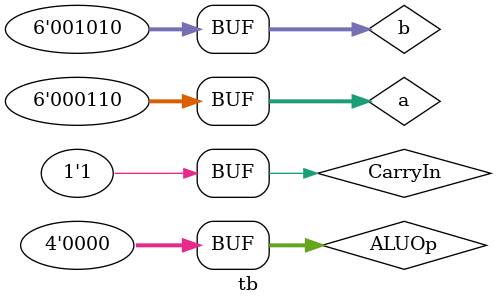
<source format=v>
module tb
(

);
    reg [5:0] a;
    reg [5:0] b;
    reg CarryIn;
    reg [3:0] ALUOp;
    wire [5:0] Result;
    wire CarryOut6;
    
    top t
    (
      .a(a),
      .b(b),
      .CarryIn(CarryIn),
      .ALUOp(ALUOp),
      .Result(Result),
      .CarryOut6(CarryOut6)
    );
	

	initial
	begin
    a = 6'b000110;
    b = 6'b001010;
    CarryIn = 1'b1;
    ALUOp = 4'b0000;
  end


endmodule
</source>
